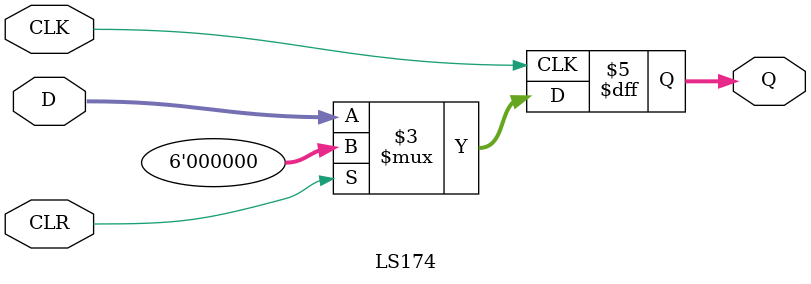
<source format=v>
`timescale 1ns / 1ps
module LS174(
    input wire CLK,
    input wire CLR,
    input wire [5:0] D,
    output reg [5:0] Q
    );

	always @(posedge CLK) begin
		if (CLR)
			Q = 6'b0;
		else
			Q = D;
	end
	
endmodule

</source>
